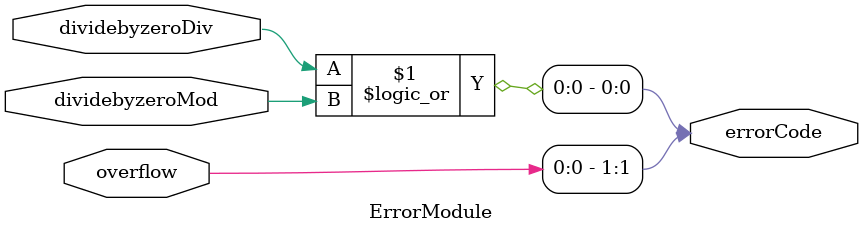
<source format=v>
/* 	Author: Joshua Vardeleon
	Cohort Members: Reg Gonzalez, Desh Padmakumar, Gabriela Saenz, Joshua Vardeleon,
	Matthew Lineberry
	Cohort Name: DJMr.G
	Class: CS 4341.502
*/

/*	-----------------------------------------------------------------------------------
	| Error module:                                                                   |
	| Checks if there were errors on the divider, modulo or adder-subtractor. 01 is   |
	| is an overflow error, 10 is an overflow error                                   |
	-----------------------------------------------------------------------------------
*/
module ErrorModule(overflow, dividebyzeroDiv, dividebyzeroMod,errorCode);

//error outputs from adder subtractor, divider, and modulo
input overflow;
input dividebyzeroDiv;
input dividebyzeroMod;

output [1:0] errorCode;

//displays a 1 on the least significant bit if an error detected by the divider or Modulo module, otherwise will output 0
assign errorCode[0] =  dividebyzeroDiv || dividebyzeroMod;

//displays a 1 on the most significant bit if an error detected by the adder-subtractor
assign errorCode[1] = overflow;

endmodule

</source>
